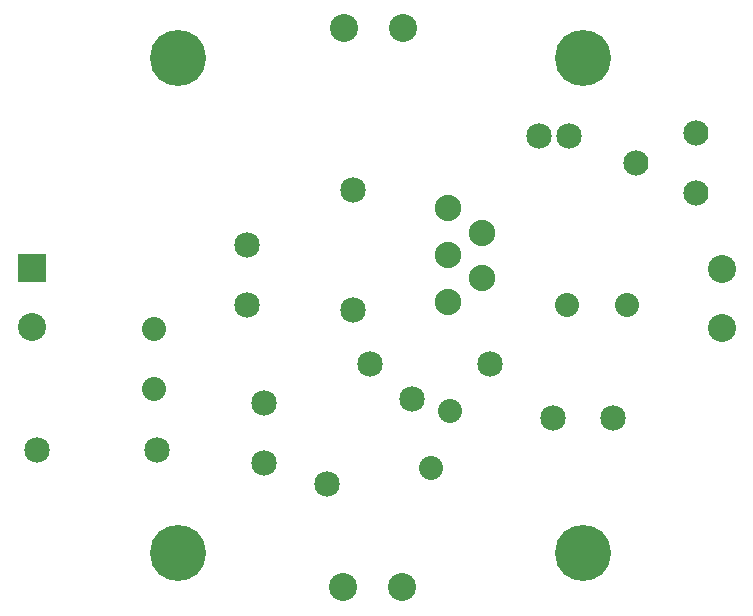
<source format=gbs>
G04 MADE WITH FRITZING*
G04 WWW.FRITZING.ORG*
G04 SINGLE SIDED*
G04 HOLES NOT PLATED*
G04 CONTOUR ON CENTER OF CONTOUR VECTOR*
%ASAXBY*%
%FSLAX23Y23*%
%MOIN*%
%OFA0B0*%
%SFA1.0B1.0*%
%ADD10C,0.085000*%
%ADD11C,0.093307*%
%ADD12C,0.080000*%
%ADD13C,0.084000*%
%ADD14C,0.187165*%
%ADD15C,0.088000*%
%ADD16R,0.093307X0.093307*%
%ADD17C,0.030000*%
%LNMASK0*%
G90*
G70*
G54D10*
X1486Y830D03*
X1203Y547D03*
G54D11*
X1456Y2066D03*
X1259Y2066D03*
X1256Y203D03*
X1452Y203D03*
X2519Y1066D03*
X2519Y1263D03*
X220Y1266D03*
X220Y1069D03*
G54D10*
X2156Y766D03*
X1956Y766D03*
G54D12*
X2005Y1145D03*
X2205Y1145D03*
G54D13*
X2434Y1517D03*
X2234Y1617D03*
X2434Y1717D03*
G54D10*
X1747Y948D03*
X1347Y948D03*
G54D12*
X626Y1063D03*
X626Y863D03*
X1614Y791D03*
X1551Y601D03*
G54D10*
X638Y659D03*
X238Y659D03*
X1290Y1528D03*
X1290Y1128D03*
X937Y1344D03*
X937Y1144D03*
X993Y816D03*
X993Y616D03*
X2009Y1708D03*
X1909Y1708D03*
G54D14*
X2056Y1966D03*
X706Y1966D03*
X2056Y316D03*
X706Y316D03*
G54D15*
X1606Y1466D03*
X1606Y1310D03*
X1606Y1154D03*
X1719Y1385D03*
X1719Y1235D03*
G54D16*
X220Y1266D03*
G54D17*
G36*
X1487Y2034D02*
X1424Y2034D01*
X1424Y2098D01*
X1487Y2098D01*
X1487Y2034D01*
G37*
D02*
G36*
X1224Y234D02*
X1287Y234D01*
X1287Y171D01*
X1224Y171D01*
X1224Y234D01*
G37*
D02*
G36*
X2487Y1034D02*
X2487Y1098D01*
X2550Y1098D01*
X2550Y1034D01*
X2487Y1034D01*
G37*
D02*
G36*
X2128Y738D02*
X2128Y793D01*
X2183Y793D01*
X2183Y738D01*
X2128Y738D01*
G37*
D02*
G36*
X964Y1316D02*
X909Y1316D01*
X909Y1371D01*
X964Y1371D01*
X964Y1316D01*
G37*
D02*
G36*
X1020Y788D02*
X965Y788D01*
X965Y843D01*
X1020Y843D01*
X1020Y788D01*
G37*
D02*
G36*
X1981Y1681D02*
X1981Y1736D01*
X2036Y1736D01*
X2036Y1681D01*
X1981Y1681D01*
G37*
D02*
G04 End of Mask0*
M02*
</source>
